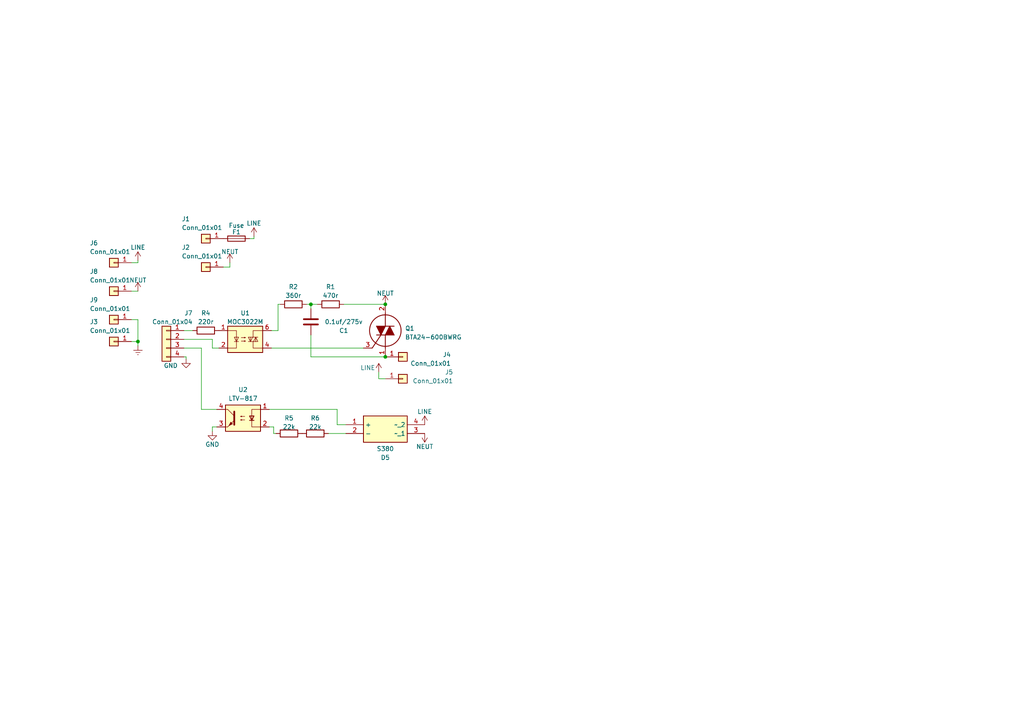
<source format=kicad_sch>
(kicad_sch (version 20230121) (generator eeschema)
  (paper "A4")
  (lib_symbols
    (symbol "Connector_Generic:Conn_01x01" (pin_names (offset 1.016) hide)
      (property "Reference" "J" (at 0 2.54 0))
      (property "Value" "Conn_01x01" (at 0 -2.54 0))
      (symbol "Conn_01x01_1_1"
        (rectangle (start -1.27 0.127) (end 0 -0.127) (stroke (width 0.1524)))
        (rectangle (start -1.27 1.27) (end 1.27 -1.27) (stroke (width 0.254)) (fill (type background)))
        (pin passive line (at -5.08 0 0) (length 3.81) (name "Pin_1") (number "1"))
      )
    )
    (symbol "Connector_Generic:Conn_01x04" (pin_names (offset 1.016) hide)
      (property "Reference" "J" (at 0 5.08 0))
      (property "Value" "Conn_01x04" (at 0 -7.62 0))
      (symbol "Conn_01x04_1_1"
        (rectangle (start -1.27 -4.953) (end 0 -5.207) (stroke (width 0.1524)))
        (rectangle (start -1.27 -2.413) (end 0 -2.667) (stroke (width 0.1524)))
        (rectangle (start -1.27 0.127) (end 0 -0.127) (stroke (width 0.1524)))
        (rectangle (start -1.27 2.667) (end 0 2.413) (stroke (width 0.1524)))
        (rectangle (start -1.27 3.81) (end 1.27 -6.35) (stroke (width 0.254)) (fill (type background)))
        (pin passive line (at -5.08 2.54 0) (length 3.81) (name "Pin_1") (number "1"))
        (pin passive line (at -5.08 0 0) (length 3.81) (name "Pin_2") (number "2"))
        (pin passive line (at -5.08 -2.54 0) (length 3.81) (name "Pin_3") (number "3"))
        (pin passive line (at -5.08 -5.08 0) (length 3.81) (name "Pin_4") (number "4"))
      )
    )
    (symbol "Device:C" (pin_numbers hide) (pin_names (offset 0.254))
      (property "Reference" "C" (at 0.635 2.54 0))
      (property "Value" "C" (at 0.635 -2.54 0))
      (symbol "C_0_1"
        (polyline (pts (xy -2.032 -0.762) (xy 2.032 -0.762)) (stroke (width 0.508)))
        (polyline (pts (xy -2.032 0.762) (xy 2.032 0.762)) (stroke (width 0.508)))
      )
      (symbol "C_1_1"
        (pin passive line (at 0 3.81 270) (length 2.794) (name "~") (number "1"))
        (pin passive line (at 0 -3.81 90) (length 2.794) (name "~") (number "2"))
      )
    )
    (symbol "Device:Fuse" (pin_numbers hide) (pin_names (offset 0))
      (property "Reference" "F" (at 2.032 0 90))
      (property "Value" "Fuse" (at -1.905 0 90))
      (symbol "Fuse_0_1"
        (rectangle (start -0.762 -2.54) (end 0.762 2.54) (stroke (width 0.254)))
        (polyline (pts (xy 0 2.54) (xy 0 -2.54)))
      )
      (symbol "Fuse_1_1"
        (pin passive line (at 0 3.81 270) (length 1.27) (name "~") (number "1"))
        (pin passive line (at 0 -3.81 90) (length 1.27) (name "~") (number "2"))
      )
    )
    (symbol "Device:R" (pin_numbers hide) (pin_names (offset 0))
      (property "Reference" "R" (at 2.032 0 90))
      (property "Value" "R" (at 0 0 90))
      (symbol "R_0_1"
        (rectangle (start -1.016 -2.54) (end 1.016 2.54) (stroke (width 0.254)))
      )
      (symbol "R_1_1"
        (pin passive line (at 0 3.81 270) (length 1.27) (name "~") (number "1"))
        (pin passive line (at 0 -3.81 90) (length 1.27) (name "~") (number "2"))
      )
    )
    (symbol "Isolator:LTV-817" (pin_names (offset 1.016))
      (property "Reference" "U" (at -5.08 5.08 0))
      (property "Value" "LTV-817" (at 0 5.08 0))
      (symbol "LTV-817_0_1"
        (rectangle (start -5.08 3.81) (end 5.08 -3.81) (stroke (width 0.254)) (fill (type background)))
        (polyline (pts (xy -3.175 -0.635) (xy -1.905 -0.635)) (stroke (width 0.254)))
        (polyline (pts (xy 2.54 0.635) (xy 4.445 2.54)))
        (polyline (pts (xy 4.445 -2.54) (xy 2.54 -0.635)) (fill (type outline)))
        (polyline (pts (xy 4.445 -2.54) (xy 5.08 -2.54)))
        (polyline (pts (xy 4.445 2.54) (xy 5.08 2.54)))
        (polyline (pts (xy -5.08 2.54) (xy -2.54 2.54) (xy -2.54 -0.762)))
        (polyline (pts (xy -2.54 -0.635) (xy -2.54 -2.54) (xy -5.08 -2.54)))
        (polyline (pts (xy 2.54 1.905) (xy 2.54 -1.905) (xy 2.54 -1.905)) (stroke (width 0.508)))
        (polyline (pts (xy -2.54 -0.635) (xy -3.175 0.635) (xy -1.905 0.635) (xy -2.54 -0.635)) (stroke (width 0.254)))
        (polyline (pts (xy -0.508 -0.508) (xy 0.762 -0.508) (xy 0.381 -0.635) (xy 0.381 -0.381) (xy 0.762 -0.508)))
        (polyline (pts (xy -0.508 0.508) (xy 0.762 0.508) (xy 0.381 0.381) (xy 0.381 0.635) (xy 0.762 0.508)))
        (polyline (pts (xy 3.048 -1.651) (xy 3.556 -1.143) (xy 4.064 -2.159) (xy 3.048 -1.651) (xy 3.048 -1.651)) (fill (type outline)))
      )
      (symbol "LTV-817_1_1"
        (pin passive line (at -7.62 2.54 0) (length 2.54) (name "~") (number "1"))
        (pin passive line (at -7.62 -2.54 0) (length 2.54) (name "~") (number "2"))
        (pin passive line (at 7.62 -2.54 180) (length 2.54) (name "~") (number "3"))
        (pin passive line (at 7.62 2.54 180) (length 2.54) (name "~") (number "4"))
      )
    )
    (symbol "Relay_SolidState:MOC3022M"
      (property "Reference" "U" (at -5.334 4.826 0))
      (property "Value" "MOC3022M" (at 0 5.08 0))
      (symbol "MOC3022M_0_1"
        (rectangle (start -5.08 3.81) (end 5.08 -3.81) (stroke (width 0.254)) (fill (type background)))
        (polyline (pts (xy -3.175 -0.635) (xy -1.905 -0.635)))
        (polyline (pts (xy 1.524 -0.635) (xy 1.524 0.635)))
        (polyline (pts (xy 3.048 0.635) (xy 3.048 -0.635)))
        (polyline (pts (xy 2.286 -0.635) (xy 2.286 -2.54) (xy 5.08 -2.54)))
        (polyline (pts (xy 2.286 0.635) (xy 2.286 2.54) (xy 5.08 2.54)))
        (polyline (pts (xy -5.08 2.54) (xy -2.54 2.54) (xy -2.54 -2.54) (xy -5.08 -2.54)))
        (polyline (pts (xy -2.54 -0.635) (xy -3.175 0.635) (xy -1.905 0.635) (xy -2.54 -0.635)))
        (polyline (pts (xy 0.889 -0.635) (xy 3.683 -0.635) (xy 3.048 0.635) (xy 2.413 -0.635)))
        (polyline (pts (xy 3.683 0.635) (xy 0.889 0.635) (xy 1.524 -0.635) (xy 2.159 0.635)))
        (polyline (pts (xy -1.143 -0.508) (xy 0.127 -0.508) (xy -0.254 -0.635) (xy -0.254 -0.381) (xy 0.127 -0.508)))
        (polyline (pts (xy -1.143 0.508) (xy 0.127 0.508) (xy -0.254 0.381) (xy -0.254 0.635) (xy 0.127 0.508)))
      )
      (symbol "MOC3022M_1_1"
        (pin passive line (at -7.62 2.54 0) (length 2.54) (name "~") (number "1"))
        (pin passive line (at -7.62 -2.54 0) (length 2.54) (name "~") (number "2"))
        (pin no_connect line (at -5.08 0 0) (length 2.54) hide (name "NC") (number "3"))
        (pin passive line (at 7.62 -2.54 180) (length 2.54) (name "~") (number "4"))
        (pin no_connect line (at 5.08 0 180) (length 2.54) hide (name "NC") (number "5"))
        (pin passive line (at 7.62 2.54 180) (length 2.54) (name "~") (number "6"))
      )
    )
    (symbol "SamacSys_Parts:BTA24-600BWRG" (pin_names hide)
      (property "Reference" "Q" (at 13.97 -2.54 0))
      (property "Value" "BTA24-600BWRG" (at 13.97 -5.08 0))
      (symbol "BTA24-600BWRG_1_1"
        (polyline (pts (xy 6.35 0) (xy 2.54 0)) (stroke (width 0.254)))
        (polyline (pts (xy 6.35 0) (xy 6.35 2.54)) (stroke (width 0.254)))
        (polyline (pts (xy 8.89 -1.27) (xy 12.7 -3.81)) (stroke (width 0.254)))
        (polyline (pts (xy 8.89 0) (xy 8.89 -2.54)) (stroke (width 0.254)))
        (polyline (pts (xy 8.89 0) (xy 12.7 0)) (stroke (width 0.254)))
        (polyline (pts (xy 6.35 -2.54) (xy 6.35 0) (xy 8.89 -1.27) (xy 6.35 -2.54)) (stroke (width 0.254)) (fill (type outline)))
        (polyline (pts (xy 8.89 2.54) (xy 8.89 0) (xy 6.35 1.27) (xy 8.89 2.54)) (stroke (width 0.254)) (fill (type outline)))
        (circle (center 7.62 0) (radius 4.572) (stroke (width 0.254)))
        (pin passive line (at 15.24 0 180) (length 2.54) (name "MT1") (number "1"))
        (pin passive line (at 0 0 0) (length 2.54) (name "MT2") (number "2"))
        (pin passive line (at 12.7 -6.35 90) (length 2.54) (name "G") (number "3"))
      )
    )
    (symbol "SamacSys_Parts:S380"
      (property "Reference" "D" (at 19.05 7.62 0))
      (property "Value" "S380" (at 19.05 5.08 0))
      (symbol "S380_1_1"
        (rectangle (start 5.08 2.54) (end 17.78 -5.08) (stroke (width 0.254)) (fill (type background)))
        (pin passive line (at 0 0 0) (length 5.08) (name "+") (number "1"))
        (pin passive line (at 0 -2.54 0) (length 5.08) (name "-") (number "2"))
        (pin passive line (at 22.86 -2.54 180) (length 5.08) (name "~_1") (number "3"))
        (pin passive line (at 22.86 0 180) (length 5.08) (name "~_2") (number "4"))
      )
    )
    (symbol "power:Earth" (power) (pin_names (offset 0))
      (symbol "Earth_0_1"
        (polyline (pts (xy -0.635 -1.905) (xy 0.635 -1.905)))
        (polyline (pts (xy -0.127 -2.54) (xy 0.127 -2.54)))
        (polyline (pts (xy 0 -1.27) (xy 0 0)))
        (polyline (pts (xy 1.27 -1.27) (xy -1.27 -1.27)))
      )
      (symbol "Earth_1_1"
        (pin power_in line (at 0 0 270) (length 0) hide (name "Earth") (number "1"))
      )
    )
    (symbol "power:GND" (power) (pin_names (offset 0))
      (property "Value" "GND" (at 0 -3.81 0))
      (symbol "GND_0_1"
        (polyline (pts (xy 0 0) (xy 0 -1.27) (xy 1.27 -1.27) (xy 0 -2.54) (xy -1.27 -1.27) (xy 0 -1.27)))
      )
      (symbol "GND_1_1"
        (pin power_in line (at 0 0 270) (length 0) hide (name "GND") (number "1"))
      )
    )
    (symbol "power:LINE" (power) (pin_names (offset 0))
      (property "Value" "LINE" (at 0 3.81 0))
      (symbol "LINE_0_1"
        (polyline (pts (xy -0.762 1.27) (xy 0 2.54)))
        (polyline (pts (xy 0 0) (xy 0 2.54)))
        (polyline (pts (xy 0 2.54) (xy 0.762 1.27)))
      )
      (symbol "LINE_1_1"
        (pin power_in line (at 0 0 90) (length 0) hide (name "LINE") (number "1"))
      )
    )
    (symbol "power:NEUT" (power) (pin_names (offset 0))
      (property "Value" "NEUT" (at 0 3.81 0))
      (symbol "NEUT_0_1"
        (polyline (pts (xy -0.762 1.27) (xy 0 2.54)))
        (polyline (pts (xy 0 0) (xy 0 2.54)))
        (polyline (pts (xy 0 2.54) (xy 0.762 1.27)))
      )
      (symbol "NEUT_1_1"
        (pin power_in line (at 0 0 90) (length 0) hide (name "NEUT") (number "1"))
      )
    )
  )
  (junction (at 40.005 99.06))
  (junction (at 111.76 103.505))
  (junction (at 111.76 88.265))
  (junction (at 90.17 88.265))
  (wire (pts (xy 61.595 98.425) (xy 61.595 100.965)))
  (wire (pts (xy 73.66 69.215) (xy 73.66 68.58)))
  (wire (pts (xy 66.675 77.47) (xy 66.675 76.2)))
  (wire (pts (xy 64.77 77.47) (xy 66.675 77.47)))
  (wire (pts (xy 58.42 100.965) (xy 58.42 118.745)))
  (wire (pts (xy 61.595 123.825) (xy 61.595 125.095)))
  (wire (pts (xy 53.975 103.505) (xy 53.34 103.505)))
  (wire (pts (xy 80.645 95.885) (xy 78.74 95.885)))
  (wire (pts (xy 79.375 123.825) (xy 78.105 123.825)))
  (wire (pts (xy 90.17 88.265) (xy 92.075 88.265)))
  (wire (pts (xy 100.33 123.19) (xy 97.79 123.19)))
  (wire (pts (xy 53.34 100.965) (xy 58.42 100.965)))
  (wire (pts (xy 99.695 88.265) (xy 111.76 88.265)))
  (wire (pts (xy 72.39 69.215) (xy 73.66 69.215)))
  (wire (pts (xy 58.42 118.745) (xy 62.865 118.745)))
  (wire (pts (xy 55.88 95.885) (xy 53.34 95.885)))
  (wire (pts (xy 53.975 104.14) (xy 53.975 103.505)))
  (wire (pts (xy 38.1 99.06) (xy 40.005 99.06)))
  (wire (pts (xy 40.005 76.2) (xy 40.005 75.565)))
  (wire (pts (xy 109.855 109.855) (xy 111.76 109.855)))
  (wire (pts (xy 90.17 103.505) (xy 111.76 103.505)))
  (wire (pts (xy 97.79 118.745) (xy 78.105 118.745)))
  (wire (pts (xy 88.9 88.265) (xy 90.17 88.265)))
  (wire (pts (xy 97.79 123.19) (xy 97.79 118.745)))
  (wire (pts (xy 80.645 88.265) (xy 80.645 95.885)))
  (wire (pts (xy 90.17 97.155) (xy 90.17 103.505)))
  (wire (pts (xy 105.41 100.965) (xy 78.74 100.965)))
  (wire (pts (xy 109.855 107.95) (xy 109.855 109.855)))
  (wire (pts (xy 61.595 100.965) (xy 63.5 100.965)))
  (wire (pts (xy 40.005 92.71) (xy 40.005 99.06)))
  (wire (pts (xy 100.33 125.73) (xy 95.25 125.73)))
  (wire (pts (xy 81.28 88.265) (xy 80.645 88.265)))
  (wire (pts (xy 53.34 98.425) (xy 61.595 98.425)))
  (wire (pts (xy 79.375 125.73) (xy 79.375 123.825)))
  (wire (pts (xy 80.01 125.73) (xy 79.375 125.73)))
  (wire (pts (xy 90.17 88.265) (xy 90.17 89.535)))
  (wire (pts (xy 40.005 99.06) (xy 40.005 100.33)))
  (wire (pts (xy 62.865 123.825) (xy 61.595 123.825)))
  (wire (pts (xy 38.1 76.2) (xy 40.005 76.2)))
  (wire (pts (xy 38.1 84.455) (xy 40.005 84.455)))
  (wire (pts (xy 38.1 92.71) (xy 40.005 92.71)))
  (symbol (lib_id "Connector_Generic:Conn_01x01") (at 33.02 92.71 180) (unit 1)
    (property "Reference" "J9" (at 26.035 86.995 0) (effects (justify right)))
    (property "Value" "Conn_01x01" (at 26.035 89.535 0) (effects (justify right)))
    (property "Footprint" "Connector_Molex:QK_DISCONNECT" (effects hide))
  )
  (symbol (lib_id "Device:C") (at 90.17 93.345 0) (unit 1)
    (property "Reference" "C1" (at 99.695 95.885 0))
    (property "Value" "0.1uf/275v" (at 99.695 93.345 0))
    (property "Footprint" "Capacitor_THT:C_Rect_L18.0mm_W6.0mm_P15.00mm_FKS3_FKP3" (effects hide))
  )
  (symbol (lib_id "Connector_Generic:Conn_01x01") (at 33.02 76.2 180) (unit 1)
    (property "Reference" "J6" (at 26.035 70.485 0) (effects (justify right)))
    (property "Value" "Conn_01x01" (at 26.035 73.025 0) (effects (justify right)))
    (property "Footprint" "Connector_Molex:QK_DISCONNECT" (effects hide))
  )
  (symbol (lib_id "SamacSys_Parts:BTA24-600BWRG") (at 111.76 88.265 270) (unit 1)
    (property "Reference" "Q1" (at 117.475 95.25 90) (effects (justify left)))
    (property "Value" "BTA24-600BWRG" (at 117.475 97.79 90) (effects (justify left)))
    (property "Footprint" "Package_TO_SOT_THT:TO-220F-3_Vertical" (effects hide))
    (property "Datasheet" "http://www.st.com/web/en/resource/technical/document/datasheet/CD00002264.pdf" (effects hide))
    (property "Height" "4.6" (effects hide))
    (property "Mouser Part Number" "511-BTA24-600BW" (effects hide))
    (property "Mouser Price/Stock" "https://www.mouser.co.uk/ProductDetail/STMicroelectronics/BTA24-600BWRG?qs=ULZB1I1SDy3851rCuTvQKQ%3D%3D" (effects hide))
    (property "Manufacturer_Name" "STMicroelectronics" (effects hide))
    (property "Manufacturer_Part_Number" "BTA24-600BWRG" (effects hide))
  )
  (symbol (lib_id "Isolator:LTV-817") (at 70.485 121.285 0) (mirror y) (unit 1)
    (property "Reference" "U2" (at 70.485 113.03 0))
    (property "Value" "LTV-817" (at 70.485 115.57 0))
    (property "Footprint" "Package_DIP:DIP-4_W7.62mm" (effects hide))
    (property "Datasheet" "http://www.us.liteon.com/downloads/LTV-817-827-847.PDF" (effects hide))
  )
  (symbol (lib_id "Device:R") (at 95.885 88.265 270) (mirror x) (unit 1)
    (property "Reference" "R1" (at 95.885 83.185 90))
    (property "Value" "470r" (at 95.885 85.725 90))
    (property "Footprint" "Resistor_THT:R_Axial_DIN0204_L3.6mm_D1.6mm_P7.62mm_Horizontal" (effects hide))
  )
  (symbol (lib_id "power:NEUT") (at 40.005 84.455 0) (unit 1)
    (property "Reference" "#PWR04" (effects hide))
    (property "Value" "NEUT" (at 40.005 81.28 0))
  )
  (symbol (lib_id "Connector_Generic:Conn_01x01") (at 33.02 99.06 180) (unit 1)
    (property "Reference" "J3" (at 26.035 93.345 0) (effects (justify right)))
    (property "Value" "Conn_01x01" (at 26.035 95.885 0) (effects (justify right)))
    (property "Footprint" "Connector_Molex:QK_DISCONNECT" (effects hide))
  )
  (symbol (lib_id "Relay_SolidState:MOC3022M") (at 71.12 98.425 0) (unit 1)
    (property "Reference" "U1" (at 71.12 90.805 0))
    (property "Value" "MOC3022M" (at 71.12 93.345 0))
    (property "Footprint" "Package_DIP:DIP-6_W7.62mm" (effects hide))
    (property "Datasheet" "https://www.onsemi.com/pub/Collateral/MOC3023M-D.PDF" (effects hide))
  )
  (symbol (lib_id "power:LINE") (at 73.66 68.58 0) (unit 1)
    (property "Reference" "#PWR01" (effects hide))
    (property "Value" "LINE" (at 73.66 64.77 0))
  )
  (symbol (lib_id "SamacSys_Parts:S380") (at 100.33 123.19 0) (unit 1)
    (property "Reference" "D5" (at 111.76 132.715 0))
    (property "Value" "S380" (at 111.76 130.175 0))
    (property "Footprint" "SamacSys_Parts:SOP254P650X170-4N" (effects hide))
    (property "Datasheet" "https://www.arrow.com/en/products/s380/diotec-semiconductor-ag" (effects hide))
    (property "Height" "1.7" (effects hide))
    (property "Mouser Part Number" "637-S380" (effects hide))
    (property "Mouser Price/Stock" "https://www.mouser.co.uk/ProductDetail/Diotec-Semiconductor/S380?qs=OlC7AqGiEDlQ3w%252BewOIMqQ%3D%3D" (effects hide))
    (property "Manufacturer_Name" "Diotec" (effects hide))
    (property "Manufacturer_Part_Number" "S380" (effects hide))
  )
  (symbol (lib_id "Connector_Generic:Conn_01x04") (at 48.26 98.425 0) (mirror y) (unit 1)
    (property "Reference" "J7" (at 55.88 90.805 0) (effects (justify left)))
    (property "Value" "Conn_01x04" (at 55.88 93.345 0) (effects (justify left)))
    (property "Footprint" "Connector_JST:JST_XH_B4B-XH-A_1x04_P2.50mm_Vertical" (effects hide))
  )
  (symbol (lib_id "power:NEUT") (at 123.19 125.73 0) (mirror x) (unit 1)
    (property "Reference" "#PWR012" (effects hide))
    (property "Value" "NEUT" (at 123.19 129.54 0))
  )
  (symbol (lib_id "Device:R") (at 59.69 95.885 270) (mirror x) (unit 1)
    (property "Reference" "R4" (at 59.69 90.805 90))
    (property "Value" "220r" (at 59.69 93.345 90))
    (property "Footprint" "Resistor_SMD:R_0805_2012Metric_Pad1.20x1.40mm_HandSolder" (effects hide))
  )
  (symbol (lib_id "power:LINE") (at 109.855 107.95 0) (unit 1)
    (property "Reference" "#PWR06" (effects hide))
    (property "Value" "LINE" (at 106.68 106.68 0))
  )
  (symbol (lib_id "power:GND") (at 61.595 125.095 0) (mirror y) (unit 1)
    (property "Reference" "#PWR08" (effects hide))
    (property "Value" "GND" (at 61.595 128.905 0))
  )
  (symbol (lib_id "Connector_Generic:Conn_01x01") (at 59.69 77.47 180) (unit 1)
    (property "Reference" "J2" (at 52.705 71.755 0) (effects (justify right)))
    (property "Value" "Conn_01x01" (at 52.705 74.295 0) (effects (justify right)))
    (property "Footprint" "Connector_Molex:QK_DISCONNECT" (effects hide))
  )
  (symbol (lib_id "power:GND") (at 53.975 104.14 0) (mirror y) (unit 1)
    (property "Reference" "#PWR07" (effects hide))
    (property "Value" "GND" (at 49.53 106.045 0))
  )
  (symbol (lib_id "Device:R") (at 83.82 125.73 270) (mirror x) (unit 1)
    (property "Reference" "R5" (at 83.82 121.285 90))
    (property "Value" "22k" (at 83.82 123.825 90))
    (property "Footprint" "Resistor_SMD:R_2512_6332Metric_Pad1.40x3.35mm_HandSolder" (effects hide))
  )
  (symbol (lib_id "power:LINE") (at 123.19 123.19 0) (mirror y) (unit 1)
    (property "Reference" "#PWR011" (effects hide))
    (property "Value" "LINE" (at 123.19 119.38 0))
  )
  (symbol (lib_id "Connector_Generic:Conn_01x01") (at 116.84 109.855 0) (unit 1)
    (property "Reference" "J5" (at 131.445 107.95 0) (effects (justify right)))
    (property "Value" "Conn_01x01" (at 131.445 110.49 0) (effects (justify right)))
    (property "Footprint" "Connector_Molex:QK_DISCONNECT" (effects hide))
  )
  (symbol (lib_id "Device:R") (at 91.44 125.73 270) (mirror x) (unit 1)
    (property "Reference" "R6" (at 91.44 121.285 90))
    (property "Value" "22k" (at 91.44 123.825 90))
    (property "Footprint" "Resistor_SMD:R_2512_6332Metric_Pad1.40x3.35mm_HandSolder" (effects hide))
  )
  (symbol (lib_id "Device:R") (at 85.09 88.265 270) (mirror x) (unit 1)
    (property "Reference" "R2" (at 85.09 83.185 90))
    (property "Value" "360r" (at 85.09 85.725 90))
    (property "Footprint" "Resistor_THT:R_Axial_DIN0204_L3.6mm_D1.6mm_P7.62mm_Horizontal" (effects hide))
  )
  (symbol (lib_id "power:LINE") (at 40.005 75.565 0) (unit 1)
    (property "Reference" "#PWR010" (effects hide))
    (property "Value" "LINE" (at 40.005 71.755 0))
  )
  (symbol (lib_id "Connector_Generic:Conn_01x01") (at 116.84 103.505 0) (unit 1)
    (property "Reference" "J4" (at 130.81 102.87 0) (effects (justify right)))
    (property "Value" "Conn_01x01" (at 130.81 105.41 0) (effects (justify right)))
    (property "Footprint" "Connector_Molex:QK_DISCONNECT" (effects hide))
  )
  (symbol (lib_id "power:NEUT") (at 66.675 76.2 0) (unit 1)
    (property "Reference" "#PWR02" (effects hide))
    (property "Value" "NEUT" (at 66.675 73.025 0))
  )
  (symbol (lib_id "Connector_Generic:Conn_01x01") (at 59.69 69.215 180) (unit 1)
    (property "Reference" "J1" (at 52.705 63.5 0) (effects (justify right)))
    (property "Value" "Conn_01x01" (at 52.705 66.04 0) (effects (justify right)))
    (property "Footprint" "Connector_Molex:QK_DISCONNECT" (effects hide))
  )
  (symbol (lib_id "Device:Fuse") (at 68.58 69.215 270) (mirror x) (unit 1)
    (property "Reference" "F1" (at 68.58 67.31 90))
    (property "Value" "Fuse" (at 68.58 65.405 90))
    (property "Footprint" "Fuse:ZHL78" (effects hide))
  )
  (symbol (lib_id "Connector_Generic:Conn_01x01") (at 33.02 84.455 180) (unit 1)
    (property "Reference" "J8" (at 26.035 78.74 0) (effects (justify right)))
    (property "Value" "Conn_01x01" (at 26.035 81.28 0) (effects (justify right)))
    (property "Footprint" "Connector_Molex:QK_DISCONNECT" (effects hide))
  )
  (symbol (lib_id "power:Earth") (at 40.005 100.33 0) (unit 1)
    (property "Reference" "#PWR03" (effects hide))
    (property "Value" "Earth" (effects hide))
  )
  (symbol (lib_id "power:NEUT") (at 111.76 88.265 0) (unit 1)
    (property "Reference" "#PWR05" (effects hide))
    (property "Value" "NEUT" (at 111.76 85.09 0))
  )
)
</source>
